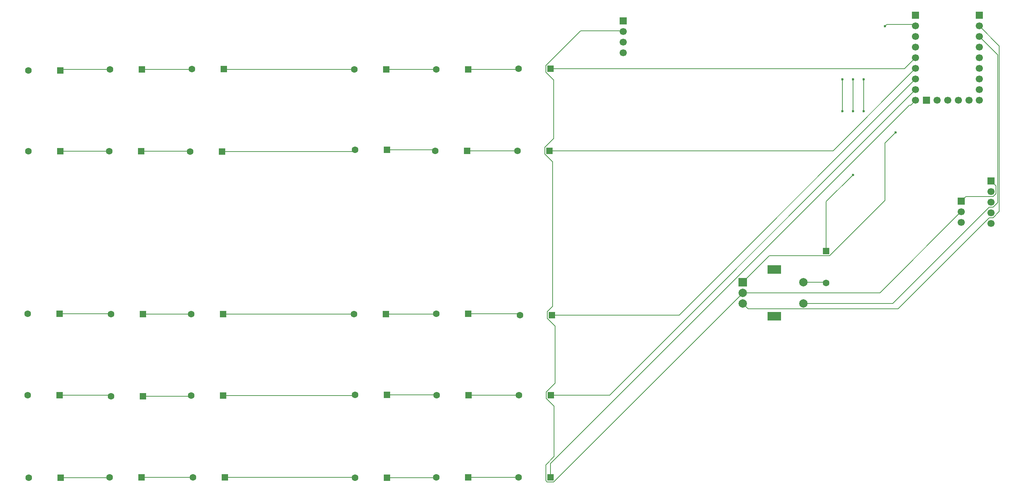
<source format=gbr>
%TF.GenerationSoftware,KiCad,Pcbnew,9.0.7*%
%TF.CreationDate,2026-01-24T03:10:21+09:00*%
%TF.ProjectId,YmmKeyboardMX,596d6d4b-6579-4626-9f61-72644d582e6b,rev?*%
%TF.SameCoordinates,Original*%
%TF.FileFunction,Copper,L1,Top*%
%TF.FilePolarity,Positive*%
%FSLAX46Y46*%
G04 Gerber Fmt 4.6, Leading zero omitted, Abs format (unit mm)*
G04 Created by KiCad (PCBNEW 9.0.7) date 2026-01-24 03:10:21*
%MOMM*%
%LPD*%
G01*
G04 APERTURE LIST*
G04 Aperture macros list*
%AMRoundRect*
0 Rectangle with rounded corners*
0 $1 Rounding radius*
0 $2 $3 $4 $5 $6 $7 $8 $9 X,Y pos of 4 corners*
0 Add a 4 corners polygon primitive as box body*
4,1,4,$2,$3,$4,$5,$6,$7,$8,$9,$2,$3,0*
0 Add four circle primitives for the rounded corners*
1,1,$1+$1,$2,$3*
1,1,$1+$1,$4,$5*
1,1,$1+$1,$6,$7*
1,1,$1+$1,$8,$9*
0 Add four rect primitives between the rounded corners*
20,1,$1+$1,$2,$3,$4,$5,0*
20,1,$1+$1,$4,$5,$6,$7,0*
20,1,$1+$1,$6,$7,$8,$9,0*
20,1,$1+$1,$8,$9,$2,$3,0*%
G04 Aperture macros list end*
%TA.AperFunction,ComponentPad*%
%ADD10C,2.000000*%
%TD*%
%TA.AperFunction,ComponentPad*%
%ADD11R,3.200000X2.000000*%
%TD*%
%TA.AperFunction,ComponentPad*%
%ADD12R,2.000000X2.000000*%
%TD*%
%TA.AperFunction,ComponentPad*%
%ADD13RoundRect,0.250000X0.550000X0.550000X-0.550000X0.550000X-0.550000X-0.550000X0.550000X-0.550000X0*%
%TD*%
%TA.AperFunction,ComponentPad*%
%ADD14C,1.600000*%
%TD*%
%TA.AperFunction,ComponentPad*%
%ADD15C,1.700000*%
%TD*%
%TA.AperFunction,ComponentPad*%
%ADD16R,1.700000X1.700000*%
%TD*%
%TA.AperFunction,ComponentPad*%
%ADD17RoundRect,0.250000X-0.550000X0.550000X-0.550000X-0.550000X0.550000X-0.550000X0.550000X0.550000X0*%
%TD*%
%TA.AperFunction,ViaPad*%
%ADD18C,0.600000*%
%TD*%
%TA.AperFunction,Conductor*%
%ADD19C,0.200000*%
%TD*%
G04 APERTURE END LIST*
D10*
%TO.P,SW56,S2,S2*%
%TO.N,Net-(D32-A)*%
X222700000Y-106504000D03*
%TO.P,SW56,S1,S1*%
%TO.N,Net-(SW56-PadS1)*%
X222700000Y-111504000D03*
D11*
%TO.P,SW56,MP*%
%TO.N,N/C*%
X215700000Y-114604000D03*
X215700000Y-103404000D03*
D10*
%TO.P,SW56,C,C*%
%TO.N,Net-(J4-Pin_2)*%
X208200000Y-109004000D03*
%TO.P,SW56,B,B*%
%TO.N,Net-(SW56-PadB)*%
X208200000Y-111504000D03*
D12*
%TO.P,SW56,A,A*%
%TO.N,Net-(SW56-PadA)*%
X208200000Y-106504000D03*
%TD*%
D13*
%TO.P,D3,1,K*%
%TO.N,Net-(D3-K)*%
X64760000Y-55600000D03*
D14*
%TO.P,D3,2,A*%
%TO.N,Net-(D2-K)*%
X57140000Y-55600000D03*
%TD*%
%TO.P,D13,2,A*%
%TO.N,Net-(D12-K)*%
X154440000Y-75020000D03*
D13*
%TO.P,D13,1,K*%
%TO.N,Net-(D13-K)*%
X162060000Y-75020000D03*
%TD*%
D14*
%TO.P,D27,2,A*%
%TO.N,Net-(D26-K)*%
X57030000Y-153080000D03*
D13*
%TO.P,D27,1,K*%
%TO.N,Net-(D27-K)*%
X64650000Y-153080000D03*
%TD*%
D14*
%TO.P,D8,2,A*%
%TO.N,Net-(D8-A)*%
X37640000Y-75100000D03*
D13*
%TO.P,D8,1,K*%
%TO.N,Net-(D8-K)*%
X45260000Y-75100000D03*
%TD*%
D14*
%TO.P,D17,2,A*%
%TO.N,Net-(D16-K)*%
X115430000Y-114070000D03*
D13*
%TO.P,D17,1,K*%
%TO.N,Net-(D17-K)*%
X123050000Y-114070000D03*
%TD*%
D14*
%TO.P,D2,2,A*%
%TO.N,Net-(D2-A)*%
X37710000Y-55820000D03*
D13*
%TO.P,D2,1,K*%
%TO.N,Net-(D2-K)*%
X45330000Y-55820000D03*
%TD*%
D14*
%TO.P,D18,2,A*%
%TO.N,Net-(D17-K)*%
X135050000Y-113960000D03*
D13*
%TO.P,D18,1,K*%
%TO.N,Net-(D18-K)*%
X142670000Y-113960000D03*
%TD*%
D14*
%TO.P,D19,2,A*%
%TO.N,Net-(D18-K)*%
X155000000Y-114300000D03*
D13*
%TO.P,D19,1,K*%
%TO.N,Net-(D19-K)*%
X162620000Y-114300000D03*
%TD*%
D14*
%TO.P,D24,2,A*%
%TO.N,Net-(D23-K)*%
X135160000Y-133460000D03*
D13*
%TO.P,D24,1,K*%
%TO.N,Net-(D24-K)*%
X142780000Y-133460000D03*
%TD*%
D14*
%TO.P,D16,2,A*%
%TO.N,Net-(D15-K)*%
X76540000Y-114070000D03*
D13*
%TO.P,D16,1,K*%
%TO.N,Net-(D16-K)*%
X84160000Y-114070000D03*
%TD*%
D14*
%TO.P,D7,2,A*%
%TO.N,Net-(D6-K)*%
X154660000Y-55450000D03*
D13*
%TO.P,D7,1,K*%
%TO.N,Net-(D7-K)*%
X162280000Y-55450000D03*
%TD*%
D14*
%TO.P,D31,2,A*%
%TO.N,Net-(D30-K)*%
X154660000Y-153080000D03*
D13*
%TO.P,D31,1,K*%
%TO.N,Net-(D31-K)*%
X162280000Y-153080000D03*
%TD*%
D14*
%TO.P,D30,2,A*%
%TO.N,Net-(D29-K)*%
X135050000Y-153080000D03*
D13*
%TO.P,D30,1,K*%
%TO.N,Net-(D30-K)*%
X142670000Y-153080000D03*
%TD*%
D14*
%TO.P,D21,2,A*%
%TO.N,Net-(D20-K)*%
X57370000Y-133690000D03*
D13*
%TO.P,D21,1,K*%
%TO.N,Net-(D21-K)*%
X64990000Y-133690000D03*
%TD*%
D14*
%TO.P,D25,2,A*%
%TO.N,Net-(D24-K)*%
X154780000Y-133460000D03*
D13*
%TO.P,D25,1,K*%
%TO.N,Net-(D25-K)*%
X162400000Y-133460000D03*
%TD*%
D14*
%TO.P,D29,2,A*%
%TO.N,Net-(D28-K)*%
X115660000Y-153190000D03*
D13*
%TO.P,D29,1,K*%
%TO.N,Net-(D29-K)*%
X123280000Y-153190000D03*
%TD*%
D14*
%TO.P,D26,2,A*%
%TO.N,Net-(D26-A)*%
X37750000Y-153190000D03*
D13*
%TO.P,D26,1,K*%
%TO.N,Net-(D26-K)*%
X45370000Y-153190000D03*
%TD*%
D14*
%TO.P,D20,2,A*%
%TO.N,Net-(D20-A)*%
X37530000Y-133460000D03*
D13*
%TO.P,D20,1,K*%
%TO.N,Net-(D20-K)*%
X45150000Y-133460000D03*
%TD*%
D14*
%TO.P,D5,2,A*%
%TO.N,Net-(D4-K)*%
X115500000Y-55600000D03*
D13*
%TO.P,D5,1,K*%
%TO.N,Net-(D5-K)*%
X123120000Y-55600000D03*
%TD*%
D14*
%TO.P,D14,2,A*%
%TO.N,Net-(D14-A)*%
X37530000Y-113960000D03*
D13*
%TO.P,D14,1,K*%
%TO.N,Net-(D14-K)*%
X45150000Y-113960000D03*
%TD*%
D14*
%TO.P,D12,2,A*%
%TO.N,Net-(D11-K)*%
X134780000Y-75020000D03*
D13*
%TO.P,D12,1,K*%
%TO.N,Net-(D12-K)*%
X142400000Y-75020000D03*
%TD*%
D14*
%TO.P,D11,2,A*%
%TO.N,Net-(D10-K)*%
X115650000Y-74800000D03*
D13*
%TO.P,D11,1,K*%
%TO.N,Net-(D11-K)*%
X123270000Y-74800000D03*
%TD*%
D14*
%TO.P,D15,2,A*%
%TO.N,Net-(D14-K)*%
X57370000Y-114070000D03*
D13*
%TO.P,D15,1,K*%
%TO.N,Net-(D15-K)*%
X64990000Y-114070000D03*
%TD*%
D14*
%TO.P,D9,2,A*%
%TO.N,Net-(D8-K)*%
X56990000Y-75170000D03*
D13*
%TO.P,D9,1,K*%
%TO.N,Net-(D10-A)*%
X64610000Y-75170000D03*
%TD*%
D14*
%TO.P,D6,2,A*%
%TO.N,Net-(D5-K)*%
X135010000Y-55600000D03*
D13*
%TO.P,D6,1,K*%
%TO.N,Net-(D6-K)*%
X142630000Y-55600000D03*
%TD*%
D14*
%TO.P,D28,2,A*%
%TO.N,Net-(D27-K)*%
X76990000Y-153080000D03*
D13*
%TO.P,D28,1,K*%
%TO.N,Net-(D28-K)*%
X84610000Y-153080000D03*
%TD*%
D14*
%TO.P,D23,2,A*%
%TO.N,Net-(D22-K)*%
X115660000Y-133350000D03*
D13*
%TO.P,D23,1,K*%
%TO.N,Net-(D23-K)*%
X123280000Y-133350000D03*
%TD*%
D14*
%TO.P,D22,2,A*%
%TO.N,Net-(D21-K)*%
X76540000Y-133580000D03*
D13*
%TO.P,D22,1,K*%
%TO.N,Net-(D22-K)*%
X84160000Y-133580000D03*
%TD*%
D14*
%TO.P,D10,2,A*%
%TO.N,Net-(D10-A)*%
X76270000Y-75250000D03*
D13*
%TO.P,D10,1,K*%
%TO.N,Net-(D10-K)*%
X83890000Y-75250000D03*
%TD*%
D15*
%TO.P,J5,3,Pin_3*%
%TO.N,Net-(J5-Pin_3)*%
X260335000Y-92165000D03*
%TO.P,J5,2,Pin_2*%
%TO.N,Net-(J4-Pin_2)*%
X260335000Y-89625000D03*
D16*
%TO.P,J5,1,Pin_1*%
%TO.N,Net-(J5-Pin_1)*%
X260335000Y-87085000D03*
%TD*%
%TO.P,J4,1,Pin_1*%
%TO.N,Net-(J4-Pin_1)*%
X179700000Y-43980000D03*
D15*
%TO.P,J4,2,Pin_2*%
%TO.N,Net-(J4-Pin_2)*%
X179700000Y-46520000D03*
%TO.P,J4,3,Pin_3*%
%TO.N,Net-(J4-Pin_3)*%
X179700000Y-49060000D03*
%TO.P,J4,4,Pin_4*%
%TO.N,Net-(J4-Pin_4)*%
X179700000Y-51600000D03*
%TD*%
D16*
%TO.P,J6,1,Pin_1*%
%TO.N,Net-(J5-Pin_1)*%
X267500000Y-82260000D03*
D15*
%TO.P,J6,2,Pin_2*%
%TO.N,Net-(J4-Pin_1)*%
X267500000Y-84800000D03*
%TO.P,J6,3,Pin_3*%
%TO.N,Net-(J4-Pin_2)*%
X267500000Y-87340000D03*
%TO.P,J6,4,Pin_4*%
%TO.N,Net-(J6-Pin_4)*%
X267500000Y-89880000D03*
%TO.P,J6,5,Pin_5*%
%TO.N,Net-(J6-Pin_5)*%
X267500000Y-92420000D03*
%TD*%
D13*
%TO.P,D4,1,K*%
%TO.N,Net-(D4-K)*%
X84340000Y-55520000D03*
D14*
%TO.P,D4,2,A*%
%TO.N,Net-(D3-K)*%
X76720000Y-55520000D03*
%TD*%
%TO.P,D32,2,A*%
%TO.N,Net-(D32-A)*%
X228120000Y-106650000D03*
D17*
%TO.P,D32,1,K*%
%TO.N,Net-(D32-K)*%
X228120000Y-99030000D03*
%TD*%
D16*
%TO.P,U1,32,5V*%
%TO.N,Net-(J5-Pin_1)*%
X249450000Y-42650000D03*
D15*
%TO.P,U1,31,GND*%
%TO.N,Net-(J4-Pin_2)*%
X249450000Y-45190000D03*
%TO.P,U1,30,3V3*%
%TO.N,Net-(J4-Pin_1)*%
X249450000Y-47730000D03*
%TO.P,U1,29,29*%
%TO.N,Net-(D32-K)*%
X249450000Y-50270000D03*
%TO.P,U1,28,28*%
%TO.N,Net-(D7-K)*%
X249450000Y-52810000D03*
%TO.P,U1,27,27*%
%TO.N,Net-(D13-K)*%
X249450000Y-55350000D03*
%TO.P,U1,26,26*%
%TO.N,Net-(D19-K)*%
X249450000Y-57890000D03*
%TO.P,U1,15,15*%
%TO.N,Net-(D25-K)*%
X249450000Y-60430000D03*
%TO.P,U1,14,14*%
%TO.N,Net-(D31-K)*%
X249450000Y-62970000D03*
D16*
%TO.P,U1,13,13*%
%TO.N,Net-(J4-Pin_4)*%
X252040000Y-62970000D03*
D15*
%TO.P,U1,12,12*%
%TO.N,Net-(J4-Pin_3)*%
X254580000Y-62970000D03*
%TO.P,U1,11,11*%
%TO.N,Net-(J6-Pin_5)*%
X257120000Y-62970000D03*
%TO.P,U1,10,10*%
%TO.N,Net-(J6-Pin_4)*%
X259660000Y-62970000D03*
%TO.P,U1,9,9*%
%TO.N,Net-(J5-Pin_3)*%
X262200000Y-62970000D03*
%TO.P,U1,8,8*%
%TO.N,Net-(SW00-Pad1)*%
X264690000Y-62970000D03*
%TO.P,U1,7,7*%
%TO.N,Net-(211-Pad1)*%
X264690000Y-60430000D03*
%TO.P,U1,6,6*%
%TO.N,Net-(SW02-Pad1)*%
X264690000Y-57890000D03*
%TO.P,U1,5,5*%
%TO.N,Net-(SW03-Pad1)*%
X264690000Y-55350000D03*
%TO.P,U1,4,4*%
%TO.N,Net-(SW04-Pad1)*%
X264690000Y-52810000D03*
%TO.P,U1,3,3*%
%TO.N,Net-(SW05-Pad1)*%
X264690000Y-50270000D03*
%TO.P,U1,2,2*%
%TO.N,Net-(SW56-PadS1)*%
X264690000Y-47730000D03*
%TO.P,U1,1,1*%
%TO.N,Net-(SW56-PadB)*%
X264690000Y-45190000D03*
D16*
%TO.P,U1,0,0*%
%TO.N,Net-(SW56-PadA)*%
X264690000Y-42650000D03*
%TD*%
D18*
%TO.N,Net-(J4-Pin_2)*%
X242120000Y-45250000D03*
X231960000Y-57950000D03*
X231960000Y-65570000D03*
%TO.N,Net-(SW56-PadA)*%
X237040000Y-57950000D03*
%TO.N,Net-(D32-K)*%
X234500000Y-57950000D03*
X234500000Y-65570000D03*
%TO.N,Net-(SW56-PadA)*%
X237040000Y-65570000D03*
X244660000Y-70650000D03*
%TO.N,Net-(D32-K)*%
X234500000Y-80810000D03*
%TD*%
D19*
%TO.N,Net-(D31-K)*%
X247981000Y-64121000D02*
X162280000Y-149822000D01*
X248299000Y-64121000D02*
X247981000Y-64121000D01*
X162280000Y-149822000D02*
X162280000Y-153080000D01*
X249450000Y-62970000D02*
X248299000Y-64121000D01*
%TO.N,Net-(J4-Pin_1)*%
X249450000Y-47730000D02*
X248920000Y-48260000D01*
%TO.N,Net-(J4-Pin_2)*%
X163065160Y-154181000D02*
X208200000Y-109046160D01*
X161494840Y-154181000D02*
X163065160Y-154181000D01*
X161179000Y-153865160D02*
X161494840Y-154181000D01*
X163185160Y-148127740D02*
X161179000Y-150133900D01*
X163185160Y-136131320D02*
X163185160Y-148127740D01*
X161299000Y-134245160D02*
X163185160Y-136131320D01*
X161299000Y-132674840D02*
X161299000Y-134245160D01*
X208200000Y-109046160D02*
X208200000Y-109004000D01*
X163405160Y-116971320D02*
X163405160Y-130568680D01*
X161519000Y-115085160D02*
X163405160Y-116971320D01*
X161519000Y-113514840D02*
X161519000Y-115085160D01*
X162845160Y-112188680D02*
X161519000Y-113514840D01*
X163405160Y-130568680D02*
X161299000Y-132674840D01*
X161179000Y-150133900D02*
X161179000Y-153865160D01*
X162845160Y-77691320D02*
X162845160Y-112188680D01*
X160959000Y-75805160D02*
X162845160Y-77691320D01*
X160959000Y-74234840D02*
X160959000Y-75805160D01*
X163065160Y-58121320D02*
X163065160Y-72128680D01*
X161179000Y-54664840D02*
X161179000Y-56235160D01*
X161179000Y-56235160D02*
X163065160Y-58121320D01*
X169483840Y-46360000D02*
X161179000Y-54664840D01*
X163065160Y-72128680D02*
X160959000Y-74234840D01*
X179540000Y-46360000D02*
X169483840Y-46360000D01*
X179700000Y-46520000D02*
X179540000Y-46360000D01*
X249049000Y-44789000D02*
X249166450Y-44906450D01*
X242120000Y-45250000D02*
X242581000Y-44789000D01*
X242581000Y-44789000D02*
X249049000Y-44789000D01*
X231960000Y-65570000D02*
X231960000Y-57950000D01*
%TO.N,Net-(SW56-PadA)*%
X237040000Y-65570000D02*
X237040000Y-57950000D01*
%TO.N,Net-(D32-K)*%
X234500000Y-65570000D02*
X234500000Y-57950000D01*
%TO.N,Net-(SW56-PadA)*%
X242120000Y-73190000D02*
X244660000Y-70650000D01*
X242120000Y-83350000D02*
X242120000Y-73190000D01*
X242120000Y-86916160D02*
X242120000Y-83350000D01*
X228905160Y-100131000D02*
X242120000Y-86916160D01*
X214573000Y-100131000D02*
X228905160Y-100131000D01*
X208200000Y-106504000D02*
X214573000Y-100131000D01*
%TO.N,Net-(SW56-PadB)*%
X245249240Y-112805000D02*
X267023240Y-91031000D01*
X269453000Y-89554760D02*
X269453000Y-49953000D01*
X209501000Y-112805000D02*
X245249240Y-112805000D01*
X267976760Y-91031000D02*
X269453000Y-89554760D01*
X269453000Y-49953000D02*
X264690000Y-45190000D01*
X208200000Y-111504000D02*
X209501000Y-112805000D01*
X267023240Y-91031000D02*
X267976760Y-91031000D01*
%TO.N,Net-(SW56-PadS1)*%
X269052000Y-52092000D02*
X264690000Y-47730000D01*
X269052000Y-87415760D02*
X269052000Y-52092000D01*
X267976760Y-88491000D02*
X269052000Y-87415760D01*
X267023240Y-88491000D02*
X267976760Y-88491000D01*
X244010240Y-111504000D02*
X267023240Y-88491000D01*
X222700000Y-111504000D02*
X244010240Y-111504000D01*
%TO.N,Net-(D32-K)*%
X228120000Y-87190000D02*
X234500000Y-80810000D01*
X228120000Y-99030000D02*
X228120000Y-87190000D01*
%TO.N,Net-(J5-Pin_1)*%
X267976760Y-85951000D02*
X268651000Y-85276760D01*
X261469000Y-85951000D02*
X267976760Y-85951000D01*
X268651000Y-83411000D02*
X267500000Y-82260000D01*
X260335000Y-87085000D02*
X261469000Y-85951000D01*
X268651000Y-85276760D02*
X268651000Y-83411000D01*
%TO.N,Net-(D25-K)*%
X176420000Y-133460000D02*
X249450000Y-60430000D01*
X162400000Y-133460000D02*
X176420000Y-133460000D01*
%TO.N,Net-(D19-K)*%
X193040000Y-114300000D02*
X249450000Y-57890000D01*
X162620000Y-114300000D02*
X193040000Y-114300000D01*
%TO.N,Net-(D13-K)*%
X229780000Y-75020000D02*
X249450000Y-55350000D01*
X162060000Y-75020000D02*
X229780000Y-75020000D01*
%TO.N,Net-(D7-K)*%
X246810000Y-55450000D02*
X249450000Y-52810000D01*
X162280000Y-55450000D02*
X246810000Y-55450000D01*
%TO.N,Net-(D30-K)*%
X142670000Y-153080000D02*
X154660000Y-153080000D01*
%TO.N,Net-(D29-K)*%
X134940000Y-153190000D02*
X135050000Y-153080000D01*
X123280000Y-153190000D02*
X134940000Y-153190000D01*
%TO.N,Net-(D23-K)*%
X135050000Y-133350000D02*
X135160000Y-133460000D01*
X123280000Y-133350000D02*
X135050000Y-133350000D01*
%TO.N,Net-(D24-K)*%
X142780000Y-133460000D02*
X154780000Y-133460000D01*
%TO.N,Net-(D18-K)*%
X154660000Y-113960000D02*
X155000000Y-114300000D01*
X142670000Y-113960000D02*
X154660000Y-113960000D01*
%TO.N,Net-(D17-K)*%
X134940000Y-114070000D02*
X135050000Y-113960000D01*
X123050000Y-114070000D02*
X134940000Y-114070000D01*
%TO.N,Net-(D28-K)*%
X115550000Y-153080000D02*
X115660000Y-153190000D01*
X84610000Y-153080000D02*
X115550000Y-153080000D01*
%TO.N,Net-(D27-K)*%
X64650000Y-153080000D02*
X76990000Y-153080000D01*
%TO.N,Net-(D26-K)*%
X56920000Y-153190000D02*
X57030000Y-153080000D01*
X45370000Y-153190000D02*
X56920000Y-153190000D01*
%TO.N,Net-(D22-K)*%
X115430000Y-133580000D02*
X115660000Y-133350000D01*
X84160000Y-133580000D02*
X115430000Y-133580000D01*
%TO.N,Net-(D21-K)*%
X76430000Y-133690000D02*
X76540000Y-133580000D01*
X64990000Y-133690000D02*
X76430000Y-133690000D01*
%TO.N,Net-(D20-K)*%
X57140000Y-133460000D02*
X57370000Y-133690000D01*
X45150000Y-133460000D02*
X57140000Y-133460000D01*
%TO.N,Net-(D16-K)*%
X84160000Y-114070000D02*
X115430000Y-114070000D01*
%TO.N,Net-(D15-K)*%
X64990000Y-114070000D02*
X76540000Y-114070000D01*
%TO.N,Net-(D14-K)*%
X45150000Y-113960000D02*
X57260000Y-113960000D01*
X57260000Y-113960000D02*
X57370000Y-114070000D01*
%TO.N,Net-(D12-K)*%
X142400000Y-75020000D02*
X154440000Y-75020000D01*
%TO.N,Net-(D11-K)*%
X134560000Y-74800000D02*
X134780000Y-75020000D01*
X123270000Y-74800000D02*
X134560000Y-74800000D01*
%TO.N,Net-(D10-K)*%
X115200000Y-75250000D02*
X115650000Y-74800000D01*
X83890000Y-75250000D02*
X115200000Y-75250000D01*
%TO.N,Net-(D10-A)*%
X76190000Y-75170000D02*
X76270000Y-75250000D01*
X64610000Y-75170000D02*
X76190000Y-75170000D01*
%TO.N,Net-(D8-K)*%
X56920000Y-75100000D02*
X56990000Y-75170000D01*
X45260000Y-75100000D02*
X56920000Y-75100000D01*
%TO.N,Net-(D6-K)*%
X154510000Y-55600000D02*
X154660000Y-55450000D01*
X142630000Y-55600000D02*
X154510000Y-55600000D01*
%TO.N,Net-(D5-K)*%
X123120000Y-55600000D02*
X135010000Y-55600000D01*
%TO.N,Net-(D4-K)*%
X84420000Y-55600000D02*
X115500000Y-55600000D01*
X84340000Y-55520000D02*
X84420000Y-55600000D01*
%TO.N,Net-(D3-K)*%
X64760000Y-55600000D02*
X76640000Y-55600000D01*
X76640000Y-55600000D02*
X76720000Y-55520000D01*
%TO.N,Net-(D2-K)*%
X45550000Y-55600000D02*
X57140000Y-55600000D01*
X45330000Y-55820000D02*
X45550000Y-55600000D01*
%TO.N,Net-(J4-Pin_2)*%
X208200000Y-109004000D02*
X240956000Y-109004000D01*
X240956000Y-109004000D02*
X260051450Y-89908550D01*
%TO.N,Net-(D32-A)*%
X222700000Y-106504000D02*
X227974000Y-106504000D01*
X227974000Y-106504000D02*
X228120000Y-106650000D01*
%TD*%
M02*

</source>
